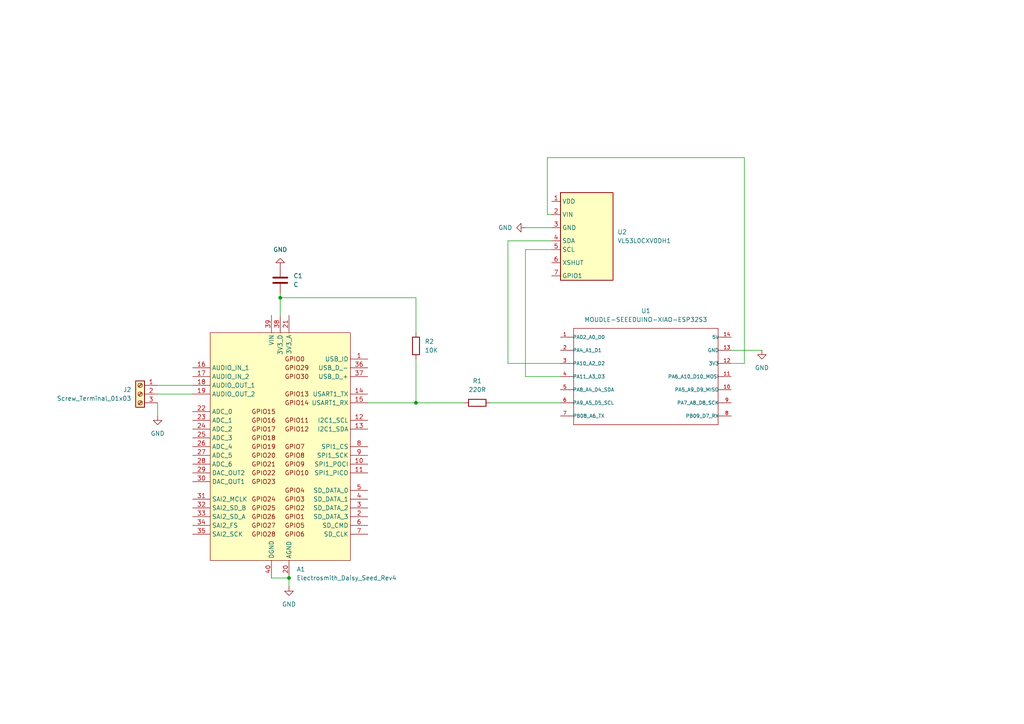
<source format=kicad_sch>
(kicad_sch (version 20231120) (generator "eeschema") (generator_version "8.0")
  (paper "A4")
  (lib_symbols
    (symbol "Connector:Screw_Terminal_01x03" (pin_names (offset 1.016) hide)
      (property "Reference" "J" (at 0 5.08 0))
      (property "Value" "Screw_Terminal_01x03" (at 0 -5.08 0))
      (symbol "Screw_Terminal_01x03_1_1"
        (rectangle (start -1.27 3.81) (end 1.27 -3.81) (stroke (width 0.254)) (fill (type background)))
        (circle (center 0 -2.54) (radius 0.635) (stroke (width 0.1524)))
        (polyline (pts (xy -0.5334 -2.2098) (xy 0.3302 -3.048)) (stroke (width 0.1524)))
        (polyline (pts (xy -0.5334 0.3302) (xy 0.3302 -0.508)) (stroke (width 0.1524)))
        (polyline (pts (xy -0.5334 2.8702) (xy 0.3302 2.032)) (stroke (width 0.1524)))
        (polyline (pts (xy -0.3556 -2.032) (xy 0.508 -2.8702)) (stroke (width 0.1524)))
        (polyline (pts (xy -0.3556 0.508) (xy 0.508 -0.3302)) (stroke (width 0.1524)))
        (polyline (pts (xy -0.3556 3.048) (xy 0.508 2.2098)) (stroke (width 0.1524)))
        (circle (center 0 0) (radius 0.635) (stroke (width 0.1524)))
        (circle (center 0 2.54) (radius 0.635) (stroke (width 0.1524)))
        (pin passive line (at -5.08 2.54 0) (length 3.81) (name "Pin_1") (number "1"))
        (pin passive line (at -5.08 0 0) (length 3.81) (name "Pin_2") (number "2"))
        (pin passive line (at -5.08 -2.54 0) (length 3.81) (name "Pin_3") (number "3"))
      )
    )
    (symbol "Device:C" (pin_numbers hide) (pin_names (offset 0.254))
      (property "Reference" "C" (at 0.635 2.54 0))
      (property "Value" "C" (at 0.635 -2.54 0))
      (symbol "C_0_1"
        (polyline (pts (xy -2.032 -0.762) (xy 2.032 -0.762)) (stroke (width 0.508)))
        (polyline (pts (xy -2.032 0.762) (xy 2.032 0.762)) (stroke (width 0.508)))
      )
      (symbol "C_1_1"
        (pin passive line (at 0 3.81 270) (length 2.794) (name "~") (number "1"))
        (pin passive line (at 0 -3.81 90) (length 2.794) (name "~") (number "2"))
      )
    )
    (symbol "Device:R" (pin_numbers hide) (pin_names (offset 0))
      (property "Reference" "R" (at 2.032 0 90))
      (property "Value" "R" (at 0 0 90))
      (symbol "R_0_1"
        (rectangle (start -1.016 -2.54) (end 1.016 2.54) (stroke (width 0.254)))
      )
      (symbol "R_1_1"
        (pin passive line (at 0 3.81 270) (length 1.27) (name "~") (number "1"))
        (pin passive line (at 0 -3.81 90) (length 1.27) (name "~") (number "2"))
      )
    )
    (symbol "MCU_Module:Electrosmith_Daisy_Seed_Rev4"
      (property "Reference" "A" (at -20.32 34.29 0))
      (property "Value" "Electrosmith_Daisy_Seed_Rev4" (at 33.02 34.29 0))
      (symbol "Electrosmith_Daisy_Seed_Rev4_0_0"
        (text "GPIO0" (at 1.27 25.4 0) (effects (font (size 1.27 1.27)) (justify left)))
        (text "GPIO1" (at 1.27 -20.32 0) (effects (font (size 1.27 1.27)) (justify left)))
        (text "GPIO10" (at 1.27 -7.62 0) (effects (font (size 1.27 1.27)) (justify left)))
        (text "GPIO11" (at 1.27 7.62 0) (effects (font (size 1.27 1.27)) (justify left)))
        (text "GPIO12" (at 1.27 5.08 0) (effects (font (size 1.27 1.27)) (justify left)))
        (text "GPIO13" (at 1.27 15.24 0) (effects (font (size 1.27 1.27)) (justify left)))
        (text "GPIO14" (at 1.27 12.7 0) (effects (font (size 1.27 1.27)) (justify left)))
        (text "GPIO15" (at -1.27 10.16 0) (effects (font (size 1.27 1.27)) (justify right)))
        (text "GPIO16" (at -1.27 7.62 0) (effects (font (size 1.27 1.27)) (justify right)))
        (text "GPIO17" (at -1.27 5.08 0) (effects (font (size 1.27 1.27)) (justify right)))
        (text "GPIO18" (at -1.27 2.54 0) (effects (font (size 1.27 1.27)) (justify right)))
        (text "GPIO19" (at -1.27 0 0) (effects (font (size 1.27 1.27)) (justify right)))
        (text "GPIO2" (at 1.27 -17.78 0) (effects (font (size 1.27 1.27)) (justify left)))
        (text "GPIO20" (at -1.27 -2.54 0) (effects (font (size 1.27 1.27)) (justify right)))
        (text "GPIO21" (at -1.27 -5.08 0) (effects (font (size 1.27 1.27)) (justify right)))
        (text "GPIO22" (at -1.27 -7.62 0) (effects (font (size 1.27 1.27)) (justify right)))
        (text "GPIO23" (at -1.27 -10.16 0) (effects (font (size 1.27 1.27)) (justify right)))
        (text "GPIO24" (at -1.27 -15.24 0) (effects (font (size 1.27 1.27)) (justify right)))
        (text "GPIO25" (at -1.27 -17.78 0) (effects (font (size 1.27 1.27)) (justify right)))
        (text "GPIO26" (at -1.27 -20.32 0) (effects (font (size 1.27 1.27)) (justify right)))
        (text "GPIO27" (at -1.27 -22.86 0) (effects (font (size 1.27 1.27)) (justify right)))
        (text "GPIO28" (at -1.27 -25.4 0) (effects (font (size 1.27 1.27)) (justify right)))
        (text "GPIO29" (at 1.27 22.86 0) (effects (font (size 1.27 1.27)) (justify left)))
        (text "GPIO3" (at 1.27 -15.24 0) (effects (font (size 1.27 1.27)) (justify left)))
        (text "GPIO30" (at 1.27 20.32 0) (effects (font (size 1.27 1.27)) (justify left)))
        (text "GPIO4" (at 1.27 -12.7 0) (effects (font (size 1.27 1.27)) (justify left)))
        (text "GPIO5" (at 1.27 -22.86 0) (effects (font (size 1.27 1.27)) (justify left)))
        (text "GPIO6" (at 1.27 -25.4 0) (effects (font (size 1.27 1.27)) (justify left)))
        (text "GPIO7" (at 1.27 0 0) (effects (font (size 1.27 1.27)) (justify left)))
        (text "GPIO8" (at 1.27 -2.54 0) (effects (font (size 1.27 1.27)) (justify left)))
        (text "GPIO9" (at 1.27 -5.08 0) (effects (font (size 1.27 1.27)) (justify left)))
        (pin bidirectional line (at 25.4 25.4 180) (length 5.08) (name "USB_ID") (number "1"))
        (pin bidirectional line (at 25.4 -5.08 180) (length 5.08) (name "SPI1_POCI") (number "10"))
        (pin bidirectional line (at 25.4 -7.62 180) (length 5.08) (name "SPI1_PICO") (number "11"))
        (pin bidirectional line (at 25.4 7.62 180) (length 5.08) (name "I2C1_SCL") (number "12"))
        (pin bidirectional line (at 25.4 5.08 180) (length 5.08) (name "I2C1_SDA") (number "13"))
        (pin bidirectional line (at 25.4 15.24 180) (length 5.08) (name "USART1_TX") (number "14"))
        (pin bidirectional line (at 25.4 12.7 180) (length 5.08) (name "USART1_RX") (number "15"))
        (pin input line (at -25.4 22.86 0) (length 5.08) (name "AUDIO_IN_1") (number "16"))
        (pin input line (at -25.4 20.32 0) (length 5.08) (name "AUDIO_IN_2") (number "17"))
        (pin output line (at -25.4 17.78 0) (length 5.08) (name "AUDIO_OUT_1") (number "18"))
        (pin output line (at -25.4 15.24 0) (length 5.08) (name "AUDIO_OUT_2") (number "19"))
        (pin bidirectional line (at 25.4 -20.32 180) (length 5.08) (name "SD_DATA_3") (number "2"))
        (pin power_in line (at 2.54 -38.1 90) (length 5.08) (name "AGND") (number "20"))
        (pin power_out line (at 2.54 38.1 270) (length 5.08) (name "3V3_A") (number "21"))
        (pin bidirectional line (at -25.4 10.16 0) (length 5.08) (name "ADC_0") (number "22"))
        (pin bidirectional line (at -25.4 7.62 0) (length 5.08) (name "ADC_1") (number "23"))
        (pin bidirectional line (at -25.4 5.08 0) (length 5.08) (name "ADC_2") (number "24"))
        (pin bidirectional line (at -25.4 2.54 0) (length 5.08) (name "ADC_3") (number "25"))
        (pin bidirectional line (at -25.4 0 0) (length 5.08) (name "ADC_4") (number "26"))
        (pin bidirectional line (at -25.4 -2.54 0) (length 5.08) (name "ADC_5") (number "27"))
        (pin bidirectional line (at -25.4 -5.08 0) (length 5.08) (name "ADC_6") (number "28"))
        (pin bidirectional line (at -25.4 -7.62 0) (length 5.08) (name "DAC_OUT2") (number "29"))
        (pin bidirectional line (at 25.4 -17.78 180) (length 5.08) (name "SD_DATA_2") (number "3"))
        (pin bidirectional line (at -25.4 -10.16 0) (length 5.08) (name "DAC_OUT1") (number "30"))
        (pin bidirectional line (at -25.4 -15.24 0) (length 5.08) (name "SAI2_MCLK") (number "31"))
        (pin bidirectional line (at -25.4 -17.78 0) (length 5.08) (name "SAI2_SD_B") (number "32"))
        (pin bidirectional line (at -25.4 -20.32 0) (length 5.08) (name "SAI2_SD_A") (number "33"))
        (pin bidirectional line (at -25.4 -22.86 0) (length 5.08) (name "SAI2_FS") (number "34"))
        (pin bidirectional line (at -25.4 -25.4 0) (length 5.08) (name "SAI2_SCK") (number "35"))
        (pin bidirectional line (at 25.4 22.86 180) (length 5.08) (name "USB_D_-") (number "36"))
        (pin bidirectional line (at 25.4 20.32 180) (length 5.08) (name "USB_D_+") (number "37"))
        (pin power_out line (at 0 38.1 270) (length 5.08) (name "3V3_D") (number "38"))
        (pin power_in line (at -2.54 38.1 270) (length 5.08) (name "VIN") (number "39"))
        (pin bidirectional line (at 25.4 -15.24 180) (length 5.08) (name "SD_DATA_1") (number "4"))
        (pin power_in line (at -2.54 -38.1 90) (length 5.08) (name "DGND") (number "40"))
        (pin bidirectional line (at 25.4 -12.7 180) (length 5.08) (name "SD_DATA_0") (number "5"))
        (pin bidirectional line (at 25.4 -22.86 180) (length 5.08) (name "SD_CMD") (number "6"))
        (pin bidirectional line (at 25.4 -25.4 180) (length 5.08) (name "SD_CLK") (number "7"))
        (pin bidirectional line (at 25.4 0 180) (length 5.08) (name "SPI1_CS") (number "8"))
        (pin bidirectional line (at 25.4 -2.54 180) (length 5.08) (name "SPI1_SCK") (number "9"))
      )
      (symbol "Electrosmith_Daisy_Seed_Rev4_0_1"
        (rectangle (start -20.32 33.02) (end 20.32 -33.02) (fill (type background)))
      )
    )
    (symbol "Seeed_XIAO:MOUDLE-SEEEDUINO-XIAO-ESP32S3" (pin_names (offset 1.016))
      (property "Reference" "U" (at -21.59 15.24 0))
      (property "Value" "MOUDLE-SEEEDUINO-XIAO-ESP32S3" (at -21.59 13.97 0))
      (symbol "MOUDLE-SEEEDUINO-XIAO-ESP32S3_0_0"
        (polyline (pts (xy -21.59 -13.97) (xy -21.59 0)) (stroke (width 0.1524)))
        (polyline (pts (xy -21.59 -11.43) (xy -22.86 -11.43)) (stroke (width 0.1524)))
        (polyline (pts (xy -21.59 -7.62) (xy -22.86 -7.62)) (stroke (width 0.1524)))
        (polyline (pts (xy -21.59 -3.81) (xy -22.86 -3.81)) (stroke (width 0.1524)))
        (polyline (pts (xy -21.59 0) (xy -22.86 0)) (stroke (width 0.1524)))
        (polyline (pts (xy -21.59 0) (xy -21.59 3.81)) (stroke (width 0.1524)))
        (polyline (pts (xy -21.59 3.81) (xy -22.86 3.81)) (stroke (width 0.1524)))
        (polyline (pts (xy -21.59 3.81) (xy -21.59 7.62)) (stroke (width 0.1524)))
        (polyline (pts (xy -21.59 7.62) (xy -22.86 7.62)) (stroke (width 0.1524)))
        (polyline (pts (xy -21.59 7.62) (xy -21.59 11.43)) (stroke (width 0.1524)))
        (polyline (pts (xy -21.59 11.43) (xy -22.86 11.43)) (stroke (width 0.1524)))
        (polyline (pts (xy -21.59 11.43) (xy -21.59 13.97)) (stroke (width 0.1524)))
        (polyline (pts (xy -21.59 13.97) (xy 20.32 13.97)) (stroke (width 0.1524)))
        (polyline (pts (xy 20.32 -13.97) (xy -21.59 -13.97)) (stroke (width 0.1524)))
        (polyline (pts (xy 20.32 3.81) (xy 20.32 -13.97)) (stroke (width 0.1524)))
        (polyline (pts (xy 20.32 7.62) (xy 20.32 3.81)) (stroke (width 0.1524)))
        (polyline (pts (xy 20.32 11.43) (xy 20.32 7.62)) (stroke (width 0.1524)))
        (polyline (pts (xy 20.32 13.97) (xy 20.32 11.43)) (stroke (width 0.1524)))
        (polyline (pts (xy 21.59 -11.43) (xy 20.32 -11.43)) (stroke (width 0.1524)))
        (polyline (pts (xy 21.59 -7.62) (xy 20.32 -7.62)) (stroke (width 0.1524)))
        (polyline (pts (xy 21.59 -3.81) (xy 20.32 -3.81)) (stroke (width 0.1524)))
        (polyline (pts (xy 21.59 0) (xy 20.32 0)) (stroke (width 0.1524)))
        (polyline (pts (xy 21.59 3.81) (xy 20.32 3.81)) (stroke (width 0.1524)))
        (polyline (pts (xy 21.59 7.62) (xy 20.32 7.62)) (stroke (width 0.1524)))
        (polyline (pts (xy 21.59 11.43) (xy 20.32 11.43)) (stroke (width 0.1524)))
        (pin bidirectional line (at -25.4 11.43 0) (length 2.54) (name "PA02_A0_D0") (number "1"))
        (pin bidirectional line (at 24.13 -3.81 180) (length 2.54) (name "PA5_A9_D9_MISO") (number "10"))
        (pin bidirectional line (at 24.13 0 180) (length 2.54) (name "PA6_A10_D10_MOSI") (number "11"))
        (pin bidirectional line (at 24.13 3.81 180) (length 2.54) (name "3V3") (number "12"))
        (pin bidirectional line (at 24.13 7.62 180) (length 2.54) (name "GND") (number "13"))
        (pin bidirectional line (at 24.13 11.43 180) (length 2.54) (name "5V") (number "14"))
        (pin bidirectional line (at -25.4 7.62 0) (length 2.54) (name "PA4_A1_D1") (number "2"))
        (pin bidirectional line (at -25.4 3.81 0) (length 2.54) (name "PA10_A2_D2") (number "3"))
        (pin bidirectional line (at -25.4 0 0) (length 2.54) (name "PA11_A3_D3") (number "4"))
        (pin bidirectional line (at -25.4 -3.81 0) (length 2.54) (name "PA8_A4_D4_SDA") (number "5"))
        (pin bidirectional line (at -25.4 -7.62 0) (length 2.54) (name "PA9_A5_D5_SCL") (number "6"))
        (pin bidirectional line (at -25.4 -11.43 0) (length 2.54) (name "PB08_A6_TX") (number "7"))
        (pin bidirectional line (at 24.13 -11.43 180) (length 2.54) (name "PB09_D7_RX") (number "8"))
        (pin bidirectional line (at 24.13 -7.62 180) (length 2.54) (name "PA7_A8_D8_SCK") (number "9"))
      )
    )
    (symbol "Sensor_Distance:VL53L0CXV0DH1"
      (property "Reference" "U2" (at 8.89 1.2701 0))
      (property "Value" "VL53L0CXV0DH1" (at 8.89 -1.2699 0))
      (symbol "VL53L0CXV0DH1_0_1"
        (rectangle (start -7.62 12.7) (end 7.62 -12.7) (stroke (width 0.254)) (fill (type background)))
      )
      (symbol "VL53L0CXV0DH1_1_0"
        (pin power_in line (at -10.16 10.16 0) (length 2.54) (name "VDD") (number "1"))
        (pin power_in line (at -10.16 6.35 0) (length 2.54) (name "VIN") (number "2"))
      )
      (symbol "VL53L0CXV0DH1_1_1"
        (pin power_in line (at -10.16 2.54 0) (length 2.54) (name "GND") (number "3"))
        (pin bidirectional line (at -10.16 -1.27 0) (length 2.54) (name "SDA") (number "4"))
        (pin input line (at -10.16 -3.81 0) (length 2.54) (name "SCL") (number "5"))
        (pin input line (at -10.16 -7.62 0) (length 2.54) (name "XSHUT") (number "6"))
        (pin open_collector line (at -10.16 -11.43 0) (length 2.54) (name "GPIO1") (number "7"))
      )
    )
    (symbol "power:GND" (power) (pin_numbers hide) (pin_names (offset 0) hide)
      (property "Value" "GND" (at 0 -3.81 0))
      (symbol "GND_0_1"
        (polyline (pts (xy 0 0) (xy 0 -1.27) (xy 1.27 -1.27) (xy 0 -2.54) (xy -1.27 -1.27) (xy 0 -1.27)))
      )
      (symbol "GND_1_1"
        (pin power_in line (at 0 0 270) (length 0) (name "~") (number "1"))
      )
    )
  )
  (junction (at 120.65 116.84))
  (junction (at 83.82 167.64))
  (junction (at 81.28 86.36))
  (wire (pts (xy 215.9 105.41) (xy 212.09 105.41)))
  (wire (pts (xy 120.65 86.36) (xy 81.28 86.36)))
  (wire (pts (xy 120.65 116.84) (xy 120.65 104.14)))
  (wire (pts (xy 152.4 66.04) (xy 160.02 66.04)))
  (wire (pts (xy 147.32 69.85) (xy 147.32 105.41)))
  (wire (pts (xy 81.28 85.09) (xy 81.28 86.36)))
  (wire (pts (xy 45.72 111.76) (xy 55.88 111.76)))
  (wire (pts (xy 83.82 167.64) (xy 83.82 170.18)))
  (wire (pts (xy 134.62 116.84) (xy 120.65 116.84)))
  (wire (pts (xy 152.4 72.39) (xy 152.4 109.22)))
  (wire (pts (xy 142.24 116.84) (xy 162.56 116.84)))
  (wire (pts (xy 160.02 72.39) (xy 152.4 72.39)))
  (wire (pts (xy 215.9 45.72) (xy 215.9 105.41)))
  (wire (pts (xy 158.75 45.72) (xy 215.9 45.72)))
  (wire (pts (xy 160.02 69.85) (xy 147.32 69.85)))
  (wire (pts (xy 158.75 62.23) (xy 158.75 45.72)))
  (wire (pts (xy 45.72 120.65) (xy 45.72 116.84)))
  (wire (pts (xy 120.65 96.52) (xy 120.65 86.36)))
  (wire (pts (xy 152.4 109.22) (xy 162.56 109.22)))
  (wire (pts (xy 212.09 101.6) (xy 220.98 101.6)))
  (wire (pts (xy 45.72 114.3) (xy 55.88 114.3)))
  (wire (pts (xy 160.02 62.23) (xy 158.75 62.23)))
  (wire (pts (xy 78.74 167.64) (xy 83.82 167.64)))
  (wire (pts (xy 147.32 105.41) (xy 162.56 105.41)))
  (wire (pts (xy 81.28 86.36) (xy 81.28 91.44)))
  (wire (pts (xy 120.65 116.84) (xy 106.68 116.84)))
  (symbol (lib_id "power:GND") (at 83.82 170.18 0) (unit 1)
    (property "Reference" "#PWR02" (effects (hide yes)))
    (property "Value" "GND" (at 83.82 175.26 0))
    (property "Description" "Power symbol creates a global label with name \"GND\" , ground" (effects (hide yes)))
  )
  (symbol (lib_id "power:GND") (at 81.28 77.47 180) (unit 1)
    (property "Reference" "#PWR04" (effects (hide yes)))
    (property "Value" "GND" (at 81.28 72.39 0))
    (property "Description" "Power symbol creates a global label with name \"GND\" , ground" (effects (hide yes)))
  )
  (symbol (lib_id "Connector:Screw_Terminal_01x03") (at 40.64 114.3 0) (mirror y) (unit 1)
    (property "Reference" "J2" (at 38.1 113.0299 0) (effects (justify left)))
    (property "Value" "Screw_Terminal_01x03" (at 38.1 115.5699 0) (effects (justify left)))
    (property "Description" "Generic screw terminal, single row, 01x03, script generated (kicad-library-utils/schlib/autogen/connector/)" (effects (hide yes)))
  )
  (symbol (lib_id "power:GND") (at 152.4 66.04 270) (unit 1)
    (property "Reference" "#PWR03" (effects (hide yes)))
    (property "Value" "GND" (at 148.59 66.0399 90) (effects (justify right)))
    (property "Description" "Power symbol creates a global label with name \"GND\" , ground" (effects (hide yes)))
  )
  (symbol (lib_id "Sensor_Distance:VL53L0CXV0DH1") (at 170.18 68.58 0) (unit 1)
    (property "Reference" "U2" (at 179.07 67.3099 0) (effects (justify left)))
    (property "Value" "VL53L0CXV0DH1" (at 179.07 69.8499 0) (effects (justify left)))
    (property "Footprint" "Sensor_Distance:ST_VL53L1x" (effects (hide yes)))
    (property "Datasheet" "https://www.st.com/resource/en/datasheet/vl53l0x.pdf" (effects (hide yes)))
    (property "Description" "2m distance ranging ToF sensor, Optical LGA12" (effects (hide yes)))
  )
  (symbol (lib_id "Device:R") (at 120.65 100.33 0) (unit 1)
    (property "Reference" "R2" (at 123.19 99.0599 0) (effects (justify left)))
    (property "Value" "10K" (at 123.19 101.5999 0) (effects (justify left)))
    (property "Description" "Resistor" (effects (hide yes)))
  )
  (symbol (lib_id "power:GND") (at 45.72 120.65 0) (unit 1)
    (property "Reference" "#PWR05" (effects (hide yes)))
    (property "Value" "GND" (at 45.72 125.73 0))
    (property "Description" "Power symbol creates a global label with name \"GND\" , ground" (effects (hide yes)))
  )
  (symbol (lib_id "Device:R") (at 138.43 116.84 90) (unit 1)
    (property "Reference" "R1" (at 138.43 110.49 90))
    (property "Value" "220R" (at 138.43 113.03 90))
    (property "Description" "Resistor" (effects (hide yes)))
  )
  (symbol (lib_id "Seeed_XIAO:MOUDLE-SEEEDUINO-XIAO-ESP32S3") (at 187.96 109.22 0) (unit 1)
    (property "Reference" "U1" (at 187.325 90.17 0))
    (property "Value" "MOUDLE-SEEEDUINO-XIAO-ESP32S3" (at 187.325 92.71 0))
    (property "Footprint" "MOUDLE14P-SMD-2.54-21X17.8MM" (effects (hide yes)))
  )
  (symbol (lib_id "Device:C") (at 81.28 81.28 180) (unit 1)
    (property "Reference" "C1" (at 85.09 80.0099 0) (effects (justify right)))
    (property "Value" "C" (at 85.09 82.5499 0) (effects (justify right)))
    (property "Description" "Unpolarized capacitor" (effects (hide yes)))
  )
  (symbol (lib_id "MCU_Module:Electrosmith_Daisy_Seed_Rev4") (at 81.28 129.54 0) (unit 1)
    (property "Reference" "A1" (at 86.0141 165.1 0) (effects (justify left)))
    (property "Value" "Electrosmith_Daisy_Seed_Rev4" (at 86.0141 167.64 0) (effects (justify left)))
    (property "Footprint" "Module:Electrosmith_Daisy_Seed" (effects (hide yes)))
    (property "Datasheet" "https://static1.squarespace.com/static/58d03fdc1b10e3bf442567b8/t/6227e6236f02fb68d1577146/1646781988478/Daisy_Seed_datasheet_v1.0.3.pdf" (effects (hide yes)))
    (property "Description" "Daisy is an embedded platform for music." (effects (hide yes)))
  )
  (symbol (lib_id "power:GND") (at 220.98 101.6 0) (unit 1)
    (property "Reference" "#PWR01" (effects (hide yes)))
    (property "Value" "GND" (at 220.98 106.68 0))
    (property "Description" "Power symbol creates a global label with name \"GND\" , ground" (effects (hide yes)))
  )
)
</source>
